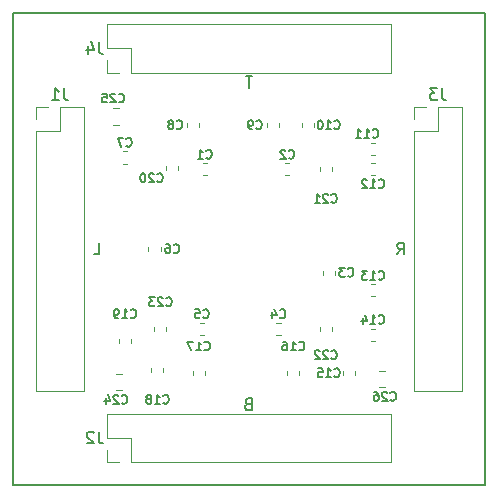
<source format=gbr>
G04 #@! TF.GenerationSoftware,KiCad,Pcbnew,(5.1.6)-1*
G04 #@! TF.CreationDate,2020-08-25T01:19:47+01:00*
G04 #@! TF.ProjectId,HeikouBoxCore,4865696b-6f75-4426-9f78-436f72652e6b,rev?*
G04 #@! TF.SameCoordinates,Original*
G04 #@! TF.FileFunction,Legend,Bot*
G04 #@! TF.FilePolarity,Positive*
%FSLAX46Y46*%
G04 Gerber Fmt 4.6, Leading zero omitted, Abs format (unit mm)*
G04 Created by KiCad (PCBNEW (5.1.6)-1) date 2020-08-25 01:19:47*
%MOMM*%
%LPD*%
G01*
G04 APERTURE LIST*
G04 #@! TA.AperFunction,Profile*
%ADD10C,0.150000*%
G04 #@! TD*
%ADD11C,0.120000*%
%ADD12C,0.150000*%
%ADD13C,3.000000*%
%ADD14R,1.450000X1.450000*%
%ADD15O,1.450000X1.450000*%
%ADD16C,3.300000*%
G04 APERTURE END LIST*
D10*
X17000000Y-57000000D02*
X17000000Y-17000000D01*
X57000000Y-57000000D02*
X17000000Y-57000000D01*
X57000000Y-17000000D02*
X57000000Y-57000000D01*
X17000000Y-17000000D02*
X57000000Y-17000000D01*
D11*
G04 #@! TO.C,J1*
X23060000Y-49060000D02*
X18940000Y-49060000D01*
X18940000Y-27000000D02*
X18940000Y-49060000D01*
X23060000Y-24940000D02*
X23060000Y-49060000D01*
X21000000Y-27000000D02*
X18940000Y-27000000D01*
X21000000Y-27000000D02*
X21000000Y-24940000D01*
X23060000Y-24940000D02*
X21000000Y-24940000D01*
X18940000Y-26000000D02*
X18940000Y-24940000D01*
X20000000Y-24940000D02*
X18940000Y-24940000D01*
G04 #@! TO.C,J2*
X49060000Y-50940000D02*
X49060000Y-55060000D01*
X27000000Y-55060000D02*
X49060000Y-55060000D01*
X24940000Y-50940000D02*
X49060000Y-50940000D01*
X27000000Y-53000000D02*
X27000000Y-55060000D01*
X27000000Y-53000000D02*
X24940000Y-53000000D01*
X24940000Y-50940000D02*
X24940000Y-53000000D01*
X26000000Y-55060000D02*
X24940000Y-55060000D01*
X24940000Y-54000000D02*
X24940000Y-55060000D01*
G04 #@! TO.C,J3*
X55060000Y-49060000D02*
X50940000Y-49060000D01*
X50940000Y-27000000D02*
X50940000Y-49060000D01*
X55060000Y-24940000D02*
X55060000Y-49060000D01*
X53000000Y-27000000D02*
X50940000Y-27000000D01*
X53000000Y-27000000D02*
X53000000Y-24940000D01*
X55060000Y-24940000D02*
X53000000Y-24940000D01*
X50940000Y-26000000D02*
X50940000Y-24940000D01*
X52000000Y-24940000D02*
X50940000Y-24940000D01*
G04 #@! TO.C,J4*
X49060000Y-17940000D02*
X49060000Y-22060000D01*
X27000000Y-22060000D02*
X49060000Y-22060000D01*
X24940000Y-17940000D02*
X49060000Y-17940000D01*
X27000000Y-20000000D02*
X27000000Y-22060000D01*
X27000000Y-20000000D02*
X24940000Y-20000000D01*
X24940000Y-17940000D02*
X24940000Y-20000000D01*
X26000000Y-22060000D02*
X24940000Y-22060000D01*
X24940000Y-21000000D02*
X24940000Y-22060000D01*
G04 #@! TO.C,C7*
X26671267Y-28740000D02*
X26328733Y-28740000D01*
X26671267Y-29760000D02*
X26328733Y-29760000D01*
G04 #@! TO.C,C3*
X43240000Y-38828733D02*
X43240000Y-39171267D01*
X44260000Y-38828733D02*
X44260000Y-39171267D01*
G04 #@! TO.C,C1*
X33078733Y-30760000D02*
X33421267Y-30760000D01*
X33078733Y-29740000D02*
X33421267Y-29740000D01*
G04 #@! TO.C,C2*
X40421267Y-29740000D02*
X40078733Y-29740000D01*
X40421267Y-30760000D02*
X40078733Y-30760000D01*
G04 #@! TO.C,C11*
X47328733Y-29010000D02*
X47671267Y-29010000D01*
X47328733Y-27990000D02*
X47671267Y-27990000D01*
G04 #@! TO.C,C4*
X39671267Y-43240000D02*
X39328733Y-43240000D01*
X39671267Y-44260000D02*
X39328733Y-44260000D01*
G04 #@! TO.C,C5*
X33171267Y-43240000D02*
X32828733Y-43240000D01*
X33171267Y-44260000D02*
X32828733Y-44260000D01*
G04 #@! TO.C,C6*
X29510000Y-36828733D02*
X29510000Y-37171267D01*
X28490000Y-36828733D02*
X28490000Y-37171267D01*
G04 #@! TO.C,C8*
X32760000Y-26671267D02*
X32760000Y-26328733D01*
X31740000Y-26671267D02*
X31740000Y-26328733D01*
G04 #@! TO.C,C9*
X39510000Y-26671267D02*
X39510000Y-26328733D01*
X38490000Y-26671267D02*
X38490000Y-26328733D01*
G04 #@! TO.C,C10*
X42510000Y-26671267D02*
X42510000Y-26328733D01*
X41490000Y-26671267D02*
X41490000Y-26328733D01*
G04 #@! TO.C,C12*
X47328733Y-29740000D02*
X47671267Y-29740000D01*
X47328733Y-30760000D02*
X47671267Y-30760000D01*
G04 #@! TO.C,C15*
X46010000Y-47671267D02*
X46010000Y-47328733D01*
X44990000Y-47671267D02*
X44990000Y-47328733D01*
G04 #@! TO.C,C16*
X41260000Y-47671267D02*
X41260000Y-47328733D01*
X40240000Y-47671267D02*
X40240000Y-47328733D01*
G04 #@! TO.C,C17*
X33260000Y-47671267D02*
X33260000Y-47328733D01*
X32240000Y-47671267D02*
X32240000Y-47328733D01*
G04 #@! TO.C,C18*
X29760000Y-47421267D02*
X29760000Y-47078733D01*
X28740000Y-47421267D02*
X28740000Y-47078733D01*
G04 #@! TO.C,C19*
X27010000Y-44921267D02*
X27010000Y-44578733D01*
X25990000Y-44921267D02*
X25990000Y-44578733D01*
G04 #@! TO.C,C20*
X31010000Y-29988733D02*
X31010000Y-30331267D01*
X29990000Y-29988733D02*
X29990000Y-30331267D01*
G04 #@! TO.C,C21*
X42990000Y-30078733D02*
X42990000Y-30421267D01*
X44010000Y-30078733D02*
X44010000Y-30421267D01*
G04 #@! TO.C,C22*
X42990000Y-43578733D02*
X42990000Y-43921267D01*
X44010000Y-43578733D02*
X44010000Y-43921267D01*
G04 #@! TO.C,C23*
X28990000Y-43578733D02*
X28990000Y-43921267D01*
X30010000Y-43578733D02*
X30010000Y-43921267D01*
G04 #@! TO.C,C14*
X47671267Y-43740000D02*
X47328733Y-43740000D01*
X47671267Y-44760000D02*
X47328733Y-44760000D01*
G04 #@! TO.C,C13*
X47328733Y-41010000D02*
X47671267Y-41010000D01*
X47328733Y-39990000D02*
X47671267Y-39990000D01*
G04 #@! TO.C,C24*
X25738748Y-47540000D02*
X26261252Y-47540000D01*
X25738748Y-48960000D02*
X26261252Y-48960000D01*
G04 #@! TO.C,C25*
X25488748Y-25040000D02*
X26011252Y-25040000D01*
X25488748Y-26460000D02*
X26011252Y-26460000D01*
G04 #@! TO.C,C26*
X48511252Y-48710000D02*
X47988748Y-48710000D01*
X48511252Y-47290000D02*
X47988748Y-47290000D01*
G04 #@! TD*
G04 #@! TO.C,J1*
D12*
X21333333Y-23392380D02*
X21333333Y-24106666D01*
X21380952Y-24249523D01*
X21476190Y-24344761D01*
X21619047Y-24392380D01*
X21714285Y-24392380D01*
X20333333Y-24392380D02*
X20904761Y-24392380D01*
X20619047Y-24392380D02*
X20619047Y-23392380D01*
X20714285Y-23535238D01*
X20809523Y-23630476D01*
X20904761Y-23678095D01*
X23840476Y-37452380D02*
X24316666Y-37452380D01*
X24316666Y-36452380D01*
G04 #@! TO.C,J2*
X24273333Y-52452380D02*
X24273333Y-53166666D01*
X24320952Y-53309523D01*
X24416190Y-53404761D01*
X24559047Y-53452380D01*
X24654285Y-53452380D01*
X23844761Y-52547619D02*
X23797142Y-52500000D01*
X23701904Y-52452380D01*
X23463809Y-52452380D01*
X23368571Y-52500000D01*
X23320952Y-52547619D01*
X23273333Y-52642857D01*
X23273333Y-52738095D01*
X23320952Y-52880952D01*
X23892380Y-53452380D01*
X23273333Y-53452380D01*
X36928571Y-50128571D02*
X36785714Y-50176190D01*
X36738095Y-50223809D01*
X36690476Y-50319047D01*
X36690476Y-50461904D01*
X36738095Y-50557142D01*
X36785714Y-50604761D01*
X36880952Y-50652380D01*
X37261904Y-50652380D01*
X37261904Y-49652380D01*
X36928571Y-49652380D01*
X36833333Y-49700000D01*
X36785714Y-49747619D01*
X36738095Y-49842857D01*
X36738095Y-49938095D01*
X36785714Y-50033333D01*
X36833333Y-50080952D01*
X36928571Y-50128571D01*
X37261904Y-50128571D01*
G04 #@! TO.C,J3*
X53333333Y-23392380D02*
X53333333Y-24106666D01*
X53380952Y-24249523D01*
X53476190Y-24344761D01*
X53619047Y-24392380D01*
X53714285Y-24392380D01*
X52952380Y-23392380D02*
X52333333Y-23392380D01*
X52666666Y-23773333D01*
X52523809Y-23773333D01*
X52428571Y-23820952D01*
X52380952Y-23868571D01*
X52333333Y-23963809D01*
X52333333Y-24201904D01*
X52380952Y-24297142D01*
X52428571Y-24344761D01*
X52523809Y-24392380D01*
X52809523Y-24392380D01*
X52904761Y-24344761D01*
X52952380Y-24297142D01*
X49540476Y-37452380D02*
X49873809Y-36976190D01*
X50111904Y-37452380D02*
X50111904Y-36452380D01*
X49730952Y-36452380D01*
X49635714Y-36500000D01*
X49588095Y-36547619D01*
X49540476Y-36642857D01*
X49540476Y-36785714D01*
X49588095Y-36880952D01*
X49635714Y-36928571D01*
X49730952Y-36976190D01*
X50111904Y-36976190D01*
G04 #@! TO.C,J4*
X24273333Y-19452380D02*
X24273333Y-20166666D01*
X24320952Y-20309523D01*
X24416190Y-20404761D01*
X24559047Y-20452380D01*
X24654285Y-20452380D01*
X23368571Y-19785714D02*
X23368571Y-20452380D01*
X23606666Y-19404761D02*
X23844761Y-20119047D01*
X23225714Y-20119047D01*
X37285714Y-22352380D02*
X36714285Y-22352380D01*
X37000000Y-23352380D02*
X37000000Y-22352380D01*
G04 #@! TO.C,C7*
X26625000Y-28267857D02*
X26660714Y-28303571D01*
X26767857Y-28339285D01*
X26839285Y-28339285D01*
X26946428Y-28303571D01*
X27017857Y-28232142D01*
X27053571Y-28160714D01*
X27089285Y-28017857D01*
X27089285Y-27910714D01*
X27053571Y-27767857D01*
X27017857Y-27696428D01*
X26946428Y-27625000D01*
X26839285Y-27589285D01*
X26767857Y-27589285D01*
X26660714Y-27625000D01*
X26625000Y-27660714D01*
X26375000Y-27589285D02*
X25875000Y-27589285D01*
X26196428Y-28339285D01*
G04 #@! TO.C,C3*
X45375000Y-39267857D02*
X45410714Y-39303571D01*
X45517857Y-39339285D01*
X45589285Y-39339285D01*
X45696428Y-39303571D01*
X45767857Y-39232142D01*
X45803571Y-39160714D01*
X45839285Y-39017857D01*
X45839285Y-38910714D01*
X45803571Y-38767857D01*
X45767857Y-38696428D01*
X45696428Y-38625000D01*
X45589285Y-38589285D01*
X45517857Y-38589285D01*
X45410714Y-38625000D01*
X45375000Y-38660714D01*
X45125000Y-38589285D02*
X44660714Y-38589285D01*
X44910714Y-38875000D01*
X44803571Y-38875000D01*
X44732142Y-38910714D01*
X44696428Y-38946428D01*
X44660714Y-39017857D01*
X44660714Y-39196428D01*
X44696428Y-39267857D01*
X44732142Y-39303571D01*
X44803571Y-39339285D01*
X45017857Y-39339285D01*
X45089285Y-39303571D01*
X45125000Y-39267857D01*
G04 #@! TO.C,C1*
X33375000Y-29267857D02*
X33410714Y-29303571D01*
X33517857Y-29339285D01*
X33589285Y-29339285D01*
X33696428Y-29303571D01*
X33767857Y-29232142D01*
X33803571Y-29160714D01*
X33839285Y-29017857D01*
X33839285Y-28910714D01*
X33803571Y-28767857D01*
X33767857Y-28696428D01*
X33696428Y-28625000D01*
X33589285Y-28589285D01*
X33517857Y-28589285D01*
X33410714Y-28625000D01*
X33375000Y-28660714D01*
X32660714Y-29339285D02*
X33089285Y-29339285D01*
X32875000Y-29339285D02*
X32875000Y-28589285D01*
X32946428Y-28696428D01*
X33017857Y-28767857D01*
X33089285Y-28803571D01*
G04 #@! TO.C,C2*
X40375000Y-29267857D02*
X40410714Y-29303571D01*
X40517857Y-29339285D01*
X40589285Y-29339285D01*
X40696428Y-29303571D01*
X40767857Y-29232142D01*
X40803571Y-29160714D01*
X40839285Y-29017857D01*
X40839285Y-28910714D01*
X40803571Y-28767857D01*
X40767857Y-28696428D01*
X40696428Y-28625000D01*
X40589285Y-28589285D01*
X40517857Y-28589285D01*
X40410714Y-28625000D01*
X40375000Y-28660714D01*
X40089285Y-28660714D02*
X40053571Y-28625000D01*
X39982142Y-28589285D01*
X39803571Y-28589285D01*
X39732142Y-28625000D01*
X39696428Y-28660714D01*
X39660714Y-28732142D01*
X39660714Y-28803571D01*
X39696428Y-28910714D01*
X40125000Y-29339285D01*
X39660714Y-29339285D01*
G04 #@! TO.C,C11*
X47482142Y-27517857D02*
X47517857Y-27553571D01*
X47625000Y-27589285D01*
X47696428Y-27589285D01*
X47803571Y-27553571D01*
X47875000Y-27482142D01*
X47910714Y-27410714D01*
X47946428Y-27267857D01*
X47946428Y-27160714D01*
X47910714Y-27017857D01*
X47875000Y-26946428D01*
X47803571Y-26875000D01*
X47696428Y-26839285D01*
X47625000Y-26839285D01*
X47517857Y-26875000D01*
X47482142Y-26910714D01*
X46767857Y-27589285D02*
X47196428Y-27589285D01*
X46982142Y-27589285D02*
X46982142Y-26839285D01*
X47053571Y-26946428D01*
X47125000Y-27017857D01*
X47196428Y-27053571D01*
X46053571Y-27589285D02*
X46482142Y-27589285D01*
X46267857Y-27589285D02*
X46267857Y-26839285D01*
X46339285Y-26946428D01*
X46410714Y-27017857D01*
X46482142Y-27053571D01*
G04 #@! TO.C,C4*
X39625000Y-42767857D02*
X39660714Y-42803571D01*
X39767857Y-42839285D01*
X39839285Y-42839285D01*
X39946428Y-42803571D01*
X40017857Y-42732142D01*
X40053571Y-42660714D01*
X40089285Y-42517857D01*
X40089285Y-42410714D01*
X40053571Y-42267857D01*
X40017857Y-42196428D01*
X39946428Y-42125000D01*
X39839285Y-42089285D01*
X39767857Y-42089285D01*
X39660714Y-42125000D01*
X39625000Y-42160714D01*
X38982142Y-42339285D02*
X38982142Y-42839285D01*
X39160714Y-42053571D02*
X39339285Y-42589285D01*
X38875000Y-42589285D01*
G04 #@! TO.C,C5*
X33125000Y-42767857D02*
X33160714Y-42803571D01*
X33267857Y-42839285D01*
X33339285Y-42839285D01*
X33446428Y-42803571D01*
X33517857Y-42732142D01*
X33553571Y-42660714D01*
X33589285Y-42517857D01*
X33589285Y-42410714D01*
X33553571Y-42267857D01*
X33517857Y-42196428D01*
X33446428Y-42125000D01*
X33339285Y-42089285D01*
X33267857Y-42089285D01*
X33160714Y-42125000D01*
X33125000Y-42160714D01*
X32446428Y-42089285D02*
X32803571Y-42089285D01*
X32839285Y-42446428D01*
X32803571Y-42410714D01*
X32732142Y-42375000D01*
X32553571Y-42375000D01*
X32482142Y-42410714D01*
X32446428Y-42446428D01*
X32410714Y-42517857D01*
X32410714Y-42696428D01*
X32446428Y-42767857D01*
X32482142Y-42803571D01*
X32553571Y-42839285D01*
X32732142Y-42839285D01*
X32803571Y-42803571D01*
X32839285Y-42767857D01*
G04 #@! TO.C,C6*
X30625000Y-37267857D02*
X30660714Y-37303571D01*
X30767857Y-37339285D01*
X30839285Y-37339285D01*
X30946428Y-37303571D01*
X31017857Y-37232142D01*
X31053571Y-37160714D01*
X31089285Y-37017857D01*
X31089285Y-36910714D01*
X31053571Y-36767857D01*
X31017857Y-36696428D01*
X30946428Y-36625000D01*
X30839285Y-36589285D01*
X30767857Y-36589285D01*
X30660714Y-36625000D01*
X30625000Y-36660714D01*
X29982142Y-36589285D02*
X30125000Y-36589285D01*
X30196428Y-36625000D01*
X30232142Y-36660714D01*
X30303571Y-36767857D01*
X30339285Y-36910714D01*
X30339285Y-37196428D01*
X30303571Y-37267857D01*
X30267857Y-37303571D01*
X30196428Y-37339285D01*
X30053571Y-37339285D01*
X29982142Y-37303571D01*
X29946428Y-37267857D01*
X29910714Y-37196428D01*
X29910714Y-37017857D01*
X29946428Y-36946428D01*
X29982142Y-36910714D01*
X30053571Y-36875000D01*
X30196428Y-36875000D01*
X30267857Y-36910714D01*
X30303571Y-36946428D01*
X30339285Y-37017857D01*
G04 #@! TO.C,C8*
X30875000Y-26767857D02*
X30910714Y-26803571D01*
X31017857Y-26839285D01*
X31089285Y-26839285D01*
X31196428Y-26803571D01*
X31267857Y-26732142D01*
X31303571Y-26660714D01*
X31339285Y-26517857D01*
X31339285Y-26410714D01*
X31303571Y-26267857D01*
X31267857Y-26196428D01*
X31196428Y-26125000D01*
X31089285Y-26089285D01*
X31017857Y-26089285D01*
X30910714Y-26125000D01*
X30875000Y-26160714D01*
X30446428Y-26410714D02*
X30517857Y-26375000D01*
X30553571Y-26339285D01*
X30589285Y-26267857D01*
X30589285Y-26232142D01*
X30553571Y-26160714D01*
X30517857Y-26125000D01*
X30446428Y-26089285D01*
X30303571Y-26089285D01*
X30232142Y-26125000D01*
X30196428Y-26160714D01*
X30160714Y-26232142D01*
X30160714Y-26267857D01*
X30196428Y-26339285D01*
X30232142Y-26375000D01*
X30303571Y-26410714D01*
X30446428Y-26410714D01*
X30517857Y-26446428D01*
X30553571Y-26482142D01*
X30589285Y-26553571D01*
X30589285Y-26696428D01*
X30553571Y-26767857D01*
X30517857Y-26803571D01*
X30446428Y-26839285D01*
X30303571Y-26839285D01*
X30232142Y-26803571D01*
X30196428Y-26767857D01*
X30160714Y-26696428D01*
X30160714Y-26553571D01*
X30196428Y-26482142D01*
X30232142Y-26446428D01*
X30303571Y-26410714D01*
G04 #@! TO.C,C9*
X37625000Y-26767857D02*
X37660714Y-26803571D01*
X37767857Y-26839285D01*
X37839285Y-26839285D01*
X37946428Y-26803571D01*
X38017857Y-26732142D01*
X38053571Y-26660714D01*
X38089285Y-26517857D01*
X38089285Y-26410714D01*
X38053571Y-26267857D01*
X38017857Y-26196428D01*
X37946428Y-26125000D01*
X37839285Y-26089285D01*
X37767857Y-26089285D01*
X37660714Y-26125000D01*
X37625000Y-26160714D01*
X37267857Y-26839285D02*
X37125000Y-26839285D01*
X37053571Y-26803571D01*
X37017857Y-26767857D01*
X36946428Y-26660714D01*
X36910714Y-26517857D01*
X36910714Y-26232142D01*
X36946428Y-26160714D01*
X36982142Y-26125000D01*
X37053571Y-26089285D01*
X37196428Y-26089285D01*
X37267857Y-26125000D01*
X37303571Y-26160714D01*
X37339285Y-26232142D01*
X37339285Y-26410714D01*
X37303571Y-26482142D01*
X37267857Y-26517857D01*
X37196428Y-26553571D01*
X37053571Y-26553571D01*
X36982142Y-26517857D01*
X36946428Y-26482142D01*
X36910714Y-26410714D01*
G04 #@! TO.C,C10*
X44232142Y-26767857D02*
X44267857Y-26803571D01*
X44375000Y-26839285D01*
X44446428Y-26839285D01*
X44553571Y-26803571D01*
X44625000Y-26732142D01*
X44660714Y-26660714D01*
X44696428Y-26517857D01*
X44696428Y-26410714D01*
X44660714Y-26267857D01*
X44625000Y-26196428D01*
X44553571Y-26125000D01*
X44446428Y-26089285D01*
X44375000Y-26089285D01*
X44267857Y-26125000D01*
X44232142Y-26160714D01*
X43517857Y-26839285D02*
X43946428Y-26839285D01*
X43732142Y-26839285D02*
X43732142Y-26089285D01*
X43803571Y-26196428D01*
X43875000Y-26267857D01*
X43946428Y-26303571D01*
X43053571Y-26089285D02*
X42982142Y-26089285D01*
X42910714Y-26125000D01*
X42875000Y-26160714D01*
X42839285Y-26232142D01*
X42803571Y-26375000D01*
X42803571Y-26553571D01*
X42839285Y-26696428D01*
X42875000Y-26767857D01*
X42910714Y-26803571D01*
X42982142Y-26839285D01*
X43053571Y-26839285D01*
X43125000Y-26803571D01*
X43160714Y-26767857D01*
X43196428Y-26696428D01*
X43232142Y-26553571D01*
X43232142Y-26375000D01*
X43196428Y-26232142D01*
X43160714Y-26160714D01*
X43125000Y-26125000D01*
X43053571Y-26089285D01*
G04 #@! TO.C,C12*
X47982142Y-31767857D02*
X48017857Y-31803571D01*
X48125000Y-31839285D01*
X48196428Y-31839285D01*
X48303571Y-31803571D01*
X48375000Y-31732142D01*
X48410714Y-31660714D01*
X48446428Y-31517857D01*
X48446428Y-31410714D01*
X48410714Y-31267857D01*
X48375000Y-31196428D01*
X48303571Y-31125000D01*
X48196428Y-31089285D01*
X48125000Y-31089285D01*
X48017857Y-31125000D01*
X47982142Y-31160714D01*
X47267857Y-31839285D02*
X47696428Y-31839285D01*
X47482142Y-31839285D02*
X47482142Y-31089285D01*
X47553571Y-31196428D01*
X47625000Y-31267857D01*
X47696428Y-31303571D01*
X46982142Y-31160714D02*
X46946428Y-31125000D01*
X46875000Y-31089285D01*
X46696428Y-31089285D01*
X46625000Y-31125000D01*
X46589285Y-31160714D01*
X46553571Y-31232142D01*
X46553571Y-31303571D01*
X46589285Y-31410714D01*
X47017857Y-31839285D01*
X46553571Y-31839285D01*
G04 #@! TO.C,C15*
X44232142Y-47767857D02*
X44267857Y-47803571D01*
X44375000Y-47839285D01*
X44446428Y-47839285D01*
X44553571Y-47803571D01*
X44625000Y-47732142D01*
X44660714Y-47660714D01*
X44696428Y-47517857D01*
X44696428Y-47410714D01*
X44660714Y-47267857D01*
X44625000Y-47196428D01*
X44553571Y-47125000D01*
X44446428Y-47089285D01*
X44375000Y-47089285D01*
X44267857Y-47125000D01*
X44232142Y-47160714D01*
X43517857Y-47839285D02*
X43946428Y-47839285D01*
X43732142Y-47839285D02*
X43732142Y-47089285D01*
X43803571Y-47196428D01*
X43875000Y-47267857D01*
X43946428Y-47303571D01*
X42839285Y-47089285D02*
X43196428Y-47089285D01*
X43232142Y-47446428D01*
X43196428Y-47410714D01*
X43125000Y-47375000D01*
X42946428Y-47375000D01*
X42875000Y-47410714D01*
X42839285Y-47446428D01*
X42803571Y-47517857D01*
X42803571Y-47696428D01*
X42839285Y-47767857D01*
X42875000Y-47803571D01*
X42946428Y-47839285D01*
X43125000Y-47839285D01*
X43196428Y-47803571D01*
X43232142Y-47767857D01*
G04 #@! TO.C,C16*
X41232142Y-45517857D02*
X41267857Y-45553571D01*
X41375000Y-45589285D01*
X41446428Y-45589285D01*
X41553571Y-45553571D01*
X41625000Y-45482142D01*
X41660714Y-45410714D01*
X41696428Y-45267857D01*
X41696428Y-45160714D01*
X41660714Y-45017857D01*
X41625000Y-44946428D01*
X41553571Y-44875000D01*
X41446428Y-44839285D01*
X41375000Y-44839285D01*
X41267857Y-44875000D01*
X41232142Y-44910714D01*
X40517857Y-45589285D02*
X40946428Y-45589285D01*
X40732142Y-45589285D02*
X40732142Y-44839285D01*
X40803571Y-44946428D01*
X40875000Y-45017857D01*
X40946428Y-45053571D01*
X39875000Y-44839285D02*
X40017857Y-44839285D01*
X40089285Y-44875000D01*
X40125000Y-44910714D01*
X40196428Y-45017857D01*
X40232142Y-45160714D01*
X40232142Y-45446428D01*
X40196428Y-45517857D01*
X40160714Y-45553571D01*
X40089285Y-45589285D01*
X39946428Y-45589285D01*
X39875000Y-45553571D01*
X39839285Y-45517857D01*
X39803571Y-45446428D01*
X39803571Y-45267857D01*
X39839285Y-45196428D01*
X39875000Y-45160714D01*
X39946428Y-45125000D01*
X40089285Y-45125000D01*
X40160714Y-45160714D01*
X40196428Y-45196428D01*
X40232142Y-45267857D01*
G04 #@! TO.C,C17*
X33232142Y-45517857D02*
X33267857Y-45553571D01*
X33375000Y-45589285D01*
X33446428Y-45589285D01*
X33553571Y-45553571D01*
X33625000Y-45482142D01*
X33660714Y-45410714D01*
X33696428Y-45267857D01*
X33696428Y-45160714D01*
X33660714Y-45017857D01*
X33625000Y-44946428D01*
X33553571Y-44875000D01*
X33446428Y-44839285D01*
X33375000Y-44839285D01*
X33267857Y-44875000D01*
X33232142Y-44910714D01*
X32517857Y-45589285D02*
X32946428Y-45589285D01*
X32732142Y-45589285D02*
X32732142Y-44839285D01*
X32803571Y-44946428D01*
X32875000Y-45017857D01*
X32946428Y-45053571D01*
X32267857Y-44839285D02*
X31767857Y-44839285D01*
X32089285Y-45589285D01*
G04 #@! TO.C,C18*
X29732142Y-50017857D02*
X29767857Y-50053571D01*
X29875000Y-50089285D01*
X29946428Y-50089285D01*
X30053571Y-50053571D01*
X30125000Y-49982142D01*
X30160714Y-49910714D01*
X30196428Y-49767857D01*
X30196428Y-49660714D01*
X30160714Y-49517857D01*
X30125000Y-49446428D01*
X30053571Y-49375000D01*
X29946428Y-49339285D01*
X29875000Y-49339285D01*
X29767857Y-49375000D01*
X29732142Y-49410714D01*
X29017857Y-50089285D02*
X29446428Y-50089285D01*
X29232142Y-50089285D02*
X29232142Y-49339285D01*
X29303571Y-49446428D01*
X29375000Y-49517857D01*
X29446428Y-49553571D01*
X28589285Y-49660714D02*
X28660714Y-49625000D01*
X28696428Y-49589285D01*
X28732142Y-49517857D01*
X28732142Y-49482142D01*
X28696428Y-49410714D01*
X28660714Y-49375000D01*
X28589285Y-49339285D01*
X28446428Y-49339285D01*
X28375000Y-49375000D01*
X28339285Y-49410714D01*
X28303571Y-49482142D01*
X28303571Y-49517857D01*
X28339285Y-49589285D01*
X28375000Y-49625000D01*
X28446428Y-49660714D01*
X28589285Y-49660714D01*
X28660714Y-49696428D01*
X28696428Y-49732142D01*
X28732142Y-49803571D01*
X28732142Y-49946428D01*
X28696428Y-50017857D01*
X28660714Y-50053571D01*
X28589285Y-50089285D01*
X28446428Y-50089285D01*
X28375000Y-50053571D01*
X28339285Y-50017857D01*
X28303571Y-49946428D01*
X28303571Y-49803571D01*
X28339285Y-49732142D01*
X28375000Y-49696428D01*
X28446428Y-49660714D01*
G04 #@! TO.C,C19*
X26982142Y-42767857D02*
X27017857Y-42803571D01*
X27125000Y-42839285D01*
X27196428Y-42839285D01*
X27303571Y-42803571D01*
X27375000Y-42732142D01*
X27410714Y-42660714D01*
X27446428Y-42517857D01*
X27446428Y-42410714D01*
X27410714Y-42267857D01*
X27375000Y-42196428D01*
X27303571Y-42125000D01*
X27196428Y-42089285D01*
X27125000Y-42089285D01*
X27017857Y-42125000D01*
X26982142Y-42160714D01*
X26267857Y-42839285D02*
X26696428Y-42839285D01*
X26482142Y-42839285D02*
X26482142Y-42089285D01*
X26553571Y-42196428D01*
X26625000Y-42267857D01*
X26696428Y-42303571D01*
X25910714Y-42839285D02*
X25767857Y-42839285D01*
X25696428Y-42803571D01*
X25660714Y-42767857D01*
X25589285Y-42660714D01*
X25553571Y-42517857D01*
X25553571Y-42232142D01*
X25589285Y-42160714D01*
X25625000Y-42125000D01*
X25696428Y-42089285D01*
X25839285Y-42089285D01*
X25910714Y-42125000D01*
X25946428Y-42160714D01*
X25982142Y-42232142D01*
X25982142Y-42410714D01*
X25946428Y-42482142D01*
X25910714Y-42517857D01*
X25839285Y-42553571D01*
X25696428Y-42553571D01*
X25625000Y-42517857D01*
X25589285Y-42482142D01*
X25553571Y-42410714D01*
G04 #@! TO.C,C20*
X29232142Y-31267857D02*
X29267857Y-31303571D01*
X29375000Y-31339285D01*
X29446428Y-31339285D01*
X29553571Y-31303571D01*
X29625000Y-31232142D01*
X29660714Y-31160714D01*
X29696428Y-31017857D01*
X29696428Y-30910714D01*
X29660714Y-30767857D01*
X29625000Y-30696428D01*
X29553571Y-30625000D01*
X29446428Y-30589285D01*
X29375000Y-30589285D01*
X29267857Y-30625000D01*
X29232142Y-30660714D01*
X28946428Y-30660714D02*
X28910714Y-30625000D01*
X28839285Y-30589285D01*
X28660714Y-30589285D01*
X28589285Y-30625000D01*
X28553571Y-30660714D01*
X28517857Y-30732142D01*
X28517857Y-30803571D01*
X28553571Y-30910714D01*
X28982142Y-31339285D01*
X28517857Y-31339285D01*
X28053571Y-30589285D02*
X27982142Y-30589285D01*
X27910714Y-30625000D01*
X27875000Y-30660714D01*
X27839285Y-30732142D01*
X27803571Y-30875000D01*
X27803571Y-31053571D01*
X27839285Y-31196428D01*
X27875000Y-31267857D01*
X27910714Y-31303571D01*
X27982142Y-31339285D01*
X28053571Y-31339285D01*
X28125000Y-31303571D01*
X28160714Y-31267857D01*
X28196428Y-31196428D01*
X28232142Y-31053571D01*
X28232142Y-30875000D01*
X28196428Y-30732142D01*
X28160714Y-30660714D01*
X28125000Y-30625000D01*
X28053571Y-30589285D01*
G04 #@! TO.C,C21*
X43982142Y-33017857D02*
X44017857Y-33053571D01*
X44125000Y-33089285D01*
X44196428Y-33089285D01*
X44303571Y-33053571D01*
X44375000Y-32982142D01*
X44410714Y-32910714D01*
X44446428Y-32767857D01*
X44446428Y-32660714D01*
X44410714Y-32517857D01*
X44375000Y-32446428D01*
X44303571Y-32375000D01*
X44196428Y-32339285D01*
X44125000Y-32339285D01*
X44017857Y-32375000D01*
X43982142Y-32410714D01*
X43696428Y-32410714D02*
X43660714Y-32375000D01*
X43589285Y-32339285D01*
X43410714Y-32339285D01*
X43339285Y-32375000D01*
X43303571Y-32410714D01*
X43267857Y-32482142D01*
X43267857Y-32553571D01*
X43303571Y-32660714D01*
X43732142Y-33089285D01*
X43267857Y-33089285D01*
X42553571Y-33089285D02*
X42982142Y-33089285D01*
X42767857Y-33089285D02*
X42767857Y-32339285D01*
X42839285Y-32446428D01*
X42910714Y-32517857D01*
X42982142Y-32553571D01*
G04 #@! TO.C,C22*
X43982142Y-46267857D02*
X44017857Y-46303571D01*
X44125000Y-46339285D01*
X44196428Y-46339285D01*
X44303571Y-46303571D01*
X44375000Y-46232142D01*
X44410714Y-46160714D01*
X44446428Y-46017857D01*
X44446428Y-45910714D01*
X44410714Y-45767857D01*
X44375000Y-45696428D01*
X44303571Y-45625000D01*
X44196428Y-45589285D01*
X44125000Y-45589285D01*
X44017857Y-45625000D01*
X43982142Y-45660714D01*
X43696428Y-45660714D02*
X43660714Y-45625000D01*
X43589285Y-45589285D01*
X43410714Y-45589285D01*
X43339285Y-45625000D01*
X43303571Y-45660714D01*
X43267857Y-45732142D01*
X43267857Y-45803571D01*
X43303571Y-45910714D01*
X43732142Y-46339285D01*
X43267857Y-46339285D01*
X42982142Y-45660714D02*
X42946428Y-45625000D01*
X42875000Y-45589285D01*
X42696428Y-45589285D01*
X42625000Y-45625000D01*
X42589285Y-45660714D01*
X42553571Y-45732142D01*
X42553571Y-45803571D01*
X42589285Y-45910714D01*
X43017857Y-46339285D01*
X42553571Y-46339285D01*
G04 #@! TO.C,C23*
X29982142Y-41767857D02*
X30017857Y-41803571D01*
X30125000Y-41839285D01*
X30196428Y-41839285D01*
X30303571Y-41803571D01*
X30375000Y-41732142D01*
X30410714Y-41660714D01*
X30446428Y-41517857D01*
X30446428Y-41410714D01*
X30410714Y-41267857D01*
X30375000Y-41196428D01*
X30303571Y-41125000D01*
X30196428Y-41089285D01*
X30125000Y-41089285D01*
X30017857Y-41125000D01*
X29982142Y-41160714D01*
X29696428Y-41160714D02*
X29660714Y-41125000D01*
X29589285Y-41089285D01*
X29410714Y-41089285D01*
X29339285Y-41125000D01*
X29303571Y-41160714D01*
X29267857Y-41232142D01*
X29267857Y-41303571D01*
X29303571Y-41410714D01*
X29732142Y-41839285D01*
X29267857Y-41839285D01*
X29017857Y-41089285D02*
X28553571Y-41089285D01*
X28803571Y-41375000D01*
X28696428Y-41375000D01*
X28625000Y-41410714D01*
X28589285Y-41446428D01*
X28553571Y-41517857D01*
X28553571Y-41696428D01*
X28589285Y-41767857D01*
X28625000Y-41803571D01*
X28696428Y-41839285D01*
X28910714Y-41839285D01*
X28982142Y-41803571D01*
X29017857Y-41767857D01*
G04 #@! TO.C,C14*
X47982142Y-43267857D02*
X48017857Y-43303571D01*
X48125000Y-43339285D01*
X48196428Y-43339285D01*
X48303571Y-43303571D01*
X48375000Y-43232142D01*
X48410714Y-43160714D01*
X48446428Y-43017857D01*
X48446428Y-42910714D01*
X48410714Y-42767857D01*
X48375000Y-42696428D01*
X48303571Y-42625000D01*
X48196428Y-42589285D01*
X48125000Y-42589285D01*
X48017857Y-42625000D01*
X47982142Y-42660714D01*
X47267857Y-43339285D02*
X47696428Y-43339285D01*
X47482142Y-43339285D02*
X47482142Y-42589285D01*
X47553571Y-42696428D01*
X47625000Y-42767857D01*
X47696428Y-42803571D01*
X46625000Y-42839285D02*
X46625000Y-43339285D01*
X46803571Y-42553571D02*
X46982142Y-43089285D01*
X46517857Y-43089285D01*
G04 #@! TO.C,C13*
X47982142Y-39517857D02*
X48017857Y-39553571D01*
X48125000Y-39589285D01*
X48196428Y-39589285D01*
X48303571Y-39553571D01*
X48375000Y-39482142D01*
X48410714Y-39410714D01*
X48446428Y-39267857D01*
X48446428Y-39160714D01*
X48410714Y-39017857D01*
X48375000Y-38946428D01*
X48303571Y-38875000D01*
X48196428Y-38839285D01*
X48125000Y-38839285D01*
X48017857Y-38875000D01*
X47982142Y-38910714D01*
X47267857Y-39589285D02*
X47696428Y-39589285D01*
X47482142Y-39589285D02*
X47482142Y-38839285D01*
X47553571Y-38946428D01*
X47625000Y-39017857D01*
X47696428Y-39053571D01*
X47017857Y-38839285D02*
X46553571Y-38839285D01*
X46803571Y-39125000D01*
X46696428Y-39125000D01*
X46625000Y-39160714D01*
X46589285Y-39196428D01*
X46553571Y-39267857D01*
X46553571Y-39446428D01*
X46589285Y-39517857D01*
X46625000Y-39553571D01*
X46696428Y-39589285D01*
X46910714Y-39589285D01*
X46982142Y-39553571D01*
X47017857Y-39517857D01*
G04 #@! TO.C,C24*
X26232142Y-50017857D02*
X26267857Y-50053571D01*
X26375000Y-50089285D01*
X26446428Y-50089285D01*
X26553571Y-50053571D01*
X26625000Y-49982142D01*
X26660714Y-49910714D01*
X26696428Y-49767857D01*
X26696428Y-49660714D01*
X26660714Y-49517857D01*
X26625000Y-49446428D01*
X26553571Y-49375000D01*
X26446428Y-49339285D01*
X26375000Y-49339285D01*
X26267857Y-49375000D01*
X26232142Y-49410714D01*
X25946428Y-49410714D02*
X25910714Y-49375000D01*
X25839285Y-49339285D01*
X25660714Y-49339285D01*
X25589285Y-49375000D01*
X25553571Y-49410714D01*
X25517857Y-49482142D01*
X25517857Y-49553571D01*
X25553571Y-49660714D01*
X25982142Y-50089285D01*
X25517857Y-50089285D01*
X24875000Y-49589285D02*
X24875000Y-50089285D01*
X25053571Y-49303571D02*
X25232142Y-49839285D01*
X24767857Y-49839285D01*
G04 #@! TO.C,C25*
X25982142Y-24517857D02*
X26017857Y-24553571D01*
X26125000Y-24589285D01*
X26196428Y-24589285D01*
X26303571Y-24553571D01*
X26375000Y-24482142D01*
X26410714Y-24410714D01*
X26446428Y-24267857D01*
X26446428Y-24160714D01*
X26410714Y-24017857D01*
X26375000Y-23946428D01*
X26303571Y-23875000D01*
X26196428Y-23839285D01*
X26125000Y-23839285D01*
X26017857Y-23875000D01*
X25982142Y-23910714D01*
X25696428Y-23910714D02*
X25660714Y-23875000D01*
X25589285Y-23839285D01*
X25410714Y-23839285D01*
X25339285Y-23875000D01*
X25303571Y-23910714D01*
X25267857Y-23982142D01*
X25267857Y-24053571D01*
X25303571Y-24160714D01*
X25732142Y-24589285D01*
X25267857Y-24589285D01*
X24589285Y-23839285D02*
X24946428Y-23839285D01*
X24982142Y-24196428D01*
X24946428Y-24160714D01*
X24875000Y-24125000D01*
X24696428Y-24125000D01*
X24625000Y-24160714D01*
X24589285Y-24196428D01*
X24553571Y-24267857D01*
X24553571Y-24446428D01*
X24589285Y-24517857D01*
X24625000Y-24553571D01*
X24696428Y-24589285D01*
X24875000Y-24589285D01*
X24946428Y-24553571D01*
X24982142Y-24517857D01*
G04 #@! TO.C,C26*
X48982142Y-49767857D02*
X49017857Y-49803571D01*
X49125000Y-49839285D01*
X49196428Y-49839285D01*
X49303571Y-49803571D01*
X49375000Y-49732142D01*
X49410714Y-49660714D01*
X49446428Y-49517857D01*
X49446428Y-49410714D01*
X49410714Y-49267857D01*
X49375000Y-49196428D01*
X49303571Y-49125000D01*
X49196428Y-49089285D01*
X49125000Y-49089285D01*
X49017857Y-49125000D01*
X48982142Y-49160714D01*
X48696428Y-49160714D02*
X48660714Y-49125000D01*
X48589285Y-49089285D01*
X48410714Y-49089285D01*
X48339285Y-49125000D01*
X48303571Y-49160714D01*
X48267857Y-49232142D01*
X48267857Y-49303571D01*
X48303571Y-49410714D01*
X48732142Y-49839285D01*
X48267857Y-49839285D01*
X47625000Y-49089285D02*
X47767857Y-49089285D01*
X47839285Y-49125000D01*
X47875000Y-49160714D01*
X47946428Y-49267857D01*
X47982142Y-49410714D01*
X47982142Y-49696428D01*
X47946428Y-49767857D01*
X47910714Y-49803571D01*
X47839285Y-49839285D01*
X47696428Y-49839285D01*
X47625000Y-49803571D01*
X47589285Y-49767857D01*
X47553571Y-49696428D01*
X47553571Y-49517857D01*
X47589285Y-49446428D01*
X47625000Y-49410714D01*
X47696428Y-49375000D01*
X47839285Y-49375000D01*
X47910714Y-49410714D01*
X47946428Y-49446428D01*
X47982142Y-49517857D01*
G04 #@! TD*
%LPC*%
D13*
G04 #@! TO.C,U1*
X38500000Y-37000000D02*
G75*
G03*
X38500000Y-37000000I-1500000J0D01*
G01*
G04 #@! TD*
D14*
G04 #@! TO.C,J1*
X20000000Y-26000000D03*
D15*
X22000000Y-26000000D03*
X20000000Y-28000000D03*
X22000000Y-28000000D03*
X20000000Y-30000000D03*
X22000000Y-30000000D03*
X20000000Y-32000000D03*
X22000000Y-32000000D03*
X20000000Y-34000000D03*
X22000000Y-34000000D03*
X20000000Y-36000000D03*
X22000000Y-36000000D03*
X20000000Y-38000000D03*
X22000000Y-38000000D03*
X20000000Y-40000000D03*
X22000000Y-40000000D03*
X20000000Y-42000000D03*
X22000000Y-42000000D03*
X20000000Y-44000000D03*
X22000000Y-44000000D03*
X20000000Y-46000000D03*
X22000000Y-46000000D03*
X20000000Y-48000000D03*
X22000000Y-48000000D03*
G04 #@! TD*
D14*
G04 #@! TO.C,J2*
X26000000Y-54000000D03*
D15*
X26000000Y-52000000D03*
X28000000Y-54000000D03*
X28000000Y-52000000D03*
X30000000Y-54000000D03*
X30000000Y-52000000D03*
X32000000Y-54000000D03*
X32000000Y-52000000D03*
X34000000Y-54000000D03*
X34000000Y-52000000D03*
X36000000Y-54000000D03*
X36000000Y-52000000D03*
X38000000Y-54000000D03*
X38000000Y-52000000D03*
X40000000Y-54000000D03*
X40000000Y-52000000D03*
X42000000Y-54000000D03*
X42000000Y-52000000D03*
X44000000Y-54000000D03*
X44000000Y-52000000D03*
X46000000Y-54000000D03*
X46000000Y-52000000D03*
X48000000Y-54000000D03*
X48000000Y-52000000D03*
G04 #@! TD*
D14*
G04 #@! TO.C,J3*
X52000000Y-26000000D03*
D15*
X54000000Y-26000000D03*
X52000000Y-28000000D03*
X54000000Y-28000000D03*
X52000000Y-30000000D03*
X54000000Y-30000000D03*
X52000000Y-32000000D03*
X54000000Y-32000000D03*
X52000000Y-34000000D03*
X54000000Y-34000000D03*
X52000000Y-36000000D03*
X54000000Y-36000000D03*
X52000000Y-38000000D03*
X54000000Y-38000000D03*
X52000000Y-40000000D03*
X54000000Y-40000000D03*
X52000000Y-42000000D03*
X54000000Y-42000000D03*
X52000000Y-44000000D03*
X54000000Y-44000000D03*
X52000000Y-46000000D03*
X54000000Y-46000000D03*
X52000000Y-48000000D03*
X54000000Y-48000000D03*
G04 #@! TD*
D14*
G04 #@! TO.C,J4*
X26000000Y-21000000D03*
D15*
X26000000Y-19000000D03*
X28000000Y-21000000D03*
X28000000Y-19000000D03*
X30000000Y-21000000D03*
X30000000Y-19000000D03*
X32000000Y-21000000D03*
X32000000Y-19000000D03*
X34000000Y-21000000D03*
X34000000Y-19000000D03*
X36000000Y-21000000D03*
X36000000Y-19000000D03*
X38000000Y-21000000D03*
X38000000Y-19000000D03*
X40000000Y-21000000D03*
X40000000Y-19000000D03*
X42000000Y-21000000D03*
X42000000Y-19000000D03*
X44000000Y-21000000D03*
X44000000Y-19000000D03*
X46000000Y-21000000D03*
X46000000Y-19000000D03*
X48000000Y-21000000D03*
X48000000Y-19000000D03*
G04 #@! TD*
D16*
G04 #@! TO.C,MH4*
X53000000Y-53000000D03*
G04 #@! TD*
G04 #@! TO.C,MH3*
X21000000Y-53000000D03*
G04 #@! TD*
G04 #@! TO.C,MH1*
X21000000Y-21000000D03*
G04 #@! TD*
G04 #@! TO.C,MH2*
X53000000Y-21000000D03*
G04 #@! TD*
G04 #@! TO.C,C7*
G36*
G01*
X26200000Y-28987500D02*
X26200000Y-29512500D01*
G75*
G02*
X25937500Y-29775000I-262500J0D01*
G01*
X25312500Y-29775000D01*
G75*
G02*
X25050000Y-29512500I0J262500D01*
G01*
X25050000Y-28987500D01*
G75*
G02*
X25312500Y-28725000I262500J0D01*
G01*
X25937500Y-28725000D01*
G75*
G02*
X26200000Y-28987500I0J-262500D01*
G01*
G37*
G36*
G01*
X27950000Y-28987500D02*
X27950000Y-29512500D01*
G75*
G02*
X27687500Y-29775000I-262500J0D01*
G01*
X27062500Y-29775000D01*
G75*
G02*
X26800000Y-29512500I0J262500D01*
G01*
X26800000Y-28987500D01*
G75*
G02*
X27062500Y-28725000I262500J0D01*
G01*
X27687500Y-28725000D01*
G75*
G02*
X27950000Y-28987500I0J-262500D01*
G01*
G37*
G04 #@! TD*
G04 #@! TO.C,C3*
G36*
G01*
X43487500Y-39300000D02*
X44012500Y-39300000D01*
G75*
G02*
X44275000Y-39562500I0J-262500D01*
G01*
X44275000Y-40187500D01*
G75*
G02*
X44012500Y-40450000I-262500J0D01*
G01*
X43487500Y-40450000D01*
G75*
G02*
X43225000Y-40187500I0J262500D01*
G01*
X43225000Y-39562500D01*
G75*
G02*
X43487500Y-39300000I262500J0D01*
G01*
G37*
G36*
G01*
X43487500Y-37550000D02*
X44012500Y-37550000D01*
G75*
G02*
X44275000Y-37812500I0J-262500D01*
G01*
X44275000Y-38437500D01*
G75*
G02*
X44012500Y-38700000I-262500J0D01*
G01*
X43487500Y-38700000D01*
G75*
G02*
X43225000Y-38437500I0J262500D01*
G01*
X43225000Y-37812500D01*
G75*
G02*
X43487500Y-37550000I262500J0D01*
G01*
G37*
G04 #@! TD*
G04 #@! TO.C,C1*
G36*
G01*
X33550000Y-30512500D02*
X33550000Y-29987500D01*
G75*
G02*
X33812500Y-29725000I262500J0D01*
G01*
X34437500Y-29725000D01*
G75*
G02*
X34700000Y-29987500I0J-262500D01*
G01*
X34700000Y-30512500D01*
G75*
G02*
X34437500Y-30775000I-262500J0D01*
G01*
X33812500Y-30775000D01*
G75*
G02*
X33550000Y-30512500I0J262500D01*
G01*
G37*
G36*
G01*
X31800000Y-30512500D02*
X31800000Y-29987500D01*
G75*
G02*
X32062500Y-29725000I262500J0D01*
G01*
X32687500Y-29725000D01*
G75*
G02*
X32950000Y-29987500I0J-262500D01*
G01*
X32950000Y-30512500D01*
G75*
G02*
X32687500Y-30775000I-262500J0D01*
G01*
X32062500Y-30775000D01*
G75*
G02*
X31800000Y-30512500I0J262500D01*
G01*
G37*
G04 #@! TD*
G04 #@! TO.C,C2*
G36*
G01*
X39950000Y-29987500D02*
X39950000Y-30512500D01*
G75*
G02*
X39687500Y-30775000I-262500J0D01*
G01*
X39062500Y-30775000D01*
G75*
G02*
X38800000Y-30512500I0J262500D01*
G01*
X38800000Y-29987500D01*
G75*
G02*
X39062500Y-29725000I262500J0D01*
G01*
X39687500Y-29725000D01*
G75*
G02*
X39950000Y-29987500I0J-262500D01*
G01*
G37*
G36*
G01*
X41700000Y-29987500D02*
X41700000Y-30512500D01*
G75*
G02*
X41437500Y-30775000I-262500J0D01*
G01*
X40812500Y-30775000D01*
G75*
G02*
X40550000Y-30512500I0J262500D01*
G01*
X40550000Y-29987500D01*
G75*
G02*
X40812500Y-29725000I262500J0D01*
G01*
X41437500Y-29725000D01*
G75*
G02*
X41700000Y-29987500I0J-262500D01*
G01*
G37*
G04 #@! TD*
G04 #@! TO.C,C11*
G36*
G01*
X47800000Y-28762500D02*
X47800000Y-28237500D01*
G75*
G02*
X48062500Y-27975000I262500J0D01*
G01*
X48687500Y-27975000D01*
G75*
G02*
X48950000Y-28237500I0J-262500D01*
G01*
X48950000Y-28762500D01*
G75*
G02*
X48687500Y-29025000I-262500J0D01*
G01*
X48062500Y-29025000D01*
G75*
G02*
X47800000Y-28762500I0J262500D01*
G01*
G37*
G36*
G01*
X46050000Y-28762500D02*
X46050000Y-28237500D01*
G75*
G02*
X46312500Y-27975000I262500J0D01*
G01*
X46937500Y-27975000D01*
G75*
G02*
X47200000Y-28237500I0J-262500D01*
G01*
X47200000Y-28762500D01*
G75*
G02*
X46937500Y-29025000I-262500J0D01*
G01*
X46312500Y-29025000D01*
G75*
G02*
X46050000Y-28762500I0J262500D01*
G01*
G37*
G04 #@! TD*
G04 #@! TO.C,C4*
G36*
G01*
X39200000Y-43487500D02*
X39200000Y-44012500D01*
G75*
G02*
X38937500Y-44275000I-262500J0D01*
G01*
X38312500Y-44275000D01*
G75*
G02*
X38050000Y-44012500I0J262500D01*
G01*
X38050000Y-43487500D01*
G75*
G02*
X38312500Y-43225000I262500J0D01*
G01*
X38937500Y-43225000D01*
G75*
G02*
X39200000Y-43487500I0J-262500D01*
G01*
G37*
G36*
G01*
X40950000Y-43487500D02*
X40950000Y-44012500D01*
G75*
G02*
X40687500Y-44275000I-262500J0D01*
G01*
X40062500Y-44275000D01*
G75*
G02*
X39800000Y-44012500I0J262500D01*
G01*
X39800000Y-43487500D01*
G75*
G02*
X40062500Y-43225000I262500J0D01*
G01*
X40687500Y-43225000D01*
G75*
G02*
X40950000Y-43487500I0J-262500D01*
G01*
G37*
G04 #@! TD*
G04 #@! TO.C,C5*
G36*
G01*
X32700000Y-43487500D02*
X32700000Y-44012500D01*
G75*
G02*
X32437500Y-44275000I-262500J0D01*
G01*
X31812500Y-44275000D01*
G75*
G02*
X31550000Y-44012500I0J262500D01*
G01*
X31550000Y-43487500D01*
G75*
G02*
X31812500Y-43225000I262500J0D01*
G01*
X32437500Y-43225000D01*
G75*
G02*
X32700000Y-43487500I0J-262500D01*
G01*
G37*
G36*
G01*
X34450000Y-43487500D02*
X34450000Y-44012500D01*
G75*
G02*
X34187500Y-44275000I-262500J0D01*
G01*
X33562500Y-44275000D01*
G75*
G02*
X33300000Y-44012500I0J262500D01*
G01*
X33300000Y-43487500D01*
G75*
G02*
X33562500Y-43225000I262500J0D01*
G01*
X34187500Y-43225000D01*
G75*
G02*
X34450000Y-43487500I0J-262500D01*
G01*
G37*
G04 #@! TD*
G04 #@! TO.C,C6*
G36*
G01*
X28737500Y-35550000D02*
X29262500Y-35550000D01*
G75*
G02*
X29525000Y-35812500I0J-262500D01*
G01*
X29525000Y-36437500D01*
G75*
G02*
X29262500Y-36700000I-262500J0D01*
G01*
X28737500Y-36700000D01*
G75*
G02*
X28475000Y-36437500I0J262500D01*
G01*
X28475000Y-35812500D01*
G75*
G02*
X28737500Y-35550000I262500J0D01*
G01*
G37*
G36*
G01*
X28737500Y-37300000D02*
X29262500Y-37300000D01*
G75*
G02*
X29525000Y-37562500I0J-262500D01*
G01*
X29525000Y-38187500D01*
G75*
G02*
X29262500Y-38450000I-262500J0D01*
G01*
X28737500Y-38450000D01*
G75*
G02*
X28475000Y-38187500I0J262500D01*
G01*
X28475000Y-37562500D01*
G75*
G02*
X28737500Y-37300000I262500J0D01*
G01*
G37*
G04 #@! TD*
G04 #@! TO.C,C8*
G36*
G01*
X32512500Y-26200000D02*
X31987500Y-26200000D01*
G75*
G02*
X31725000Y-25937500I0J262500D01*
G01*
X31725000Y-25312500D01*
G75*
G02*
X31987500Y-25050000I262500J0D01*
G01*
X32512500Y-25050000D01*
G75*
G02*
X32775000Y-25312500I0J-262500D01*
G01*
X32775000Y-25937500D01*
G75*
G02*
X32512500Y-26200000I-262500J0D01*
G01*
G37*
G36*
G01*
X32512500Y-27950000D02*
X31987500Y-27950000D01*
G75*
G02*
X31725000Y-27687500I0J262500D01*
G01*
X31725000Y-27062500D01*
G75*
G02*
X31987500Y-26800000I262500J0D01*
G01*
X32512500Y-26800000D01*
G75*
G02*
X32775000Y-27062500I0J-262500D01*
G01*
X32775000Y-27687500D01*
G75*
G02*
X32512500Y-27950000I-262500J0D01*
G01*
G37*
G04 #@! TD*
G04 #@! TO.C,C9*
G36*
G01*
X39262500Y-26200000D02*
X38737500Y-26200000D01*
G75*
G02*
X38475000Y-25937500I0J262500D01*
G01*
X38475000Y-25312500D01*
G75*
G02*
X38737500Y-25050000I262500J0D01*
G01*
X39262500Y-25050000D01*
G75*
G02*
X39525000Y-25312500I0J-262500D01*
G01*
X39525000Y-25937500D01*
G75*
G02*
X39262500Y-26200000I-262500J0D01*
G01*
G37*
G36*
G01*
X39262500Y-27950000D02*
X38737500Y-27950000D01*
G75*
G02*
X38475000Y-27687500I0J262500D01*
G01*
X38475000Y-27062500D01*
G75*
G02*
X38737500Y-26800000I262500J0D01*
G01*
X39262500Y-26800000D01*
G75*
G02*
X39525000Y-27062500I0J-262500D01*
G01*
X39525000Y-27687500D01*
G75*
G02*
X39262500Y-27950000I-262500J0D01*
G01*
G37*
G04 #@! TD*
G04 #@! TO.C,C10*
G36*
G01*
X42262500Y-26200000D02*
X41737500Y-26200000D01*
G75*
G02*
X41475000Y-25937500I0J262500D01*
G01*
X41475000Y-25312500D01*
G75*
G02*
X41737500Y-25050000I262500J0D01*
G01*
X42262500Y-25050000D01*
G75*
G02*
X42525000Y-25312500I0J-262500D01*
G01*
X42525000Y-25937500D01*
G75*
G02*
X42262500Y-26200000I-262500J0D01*
G01*
G37*
G36*
G01*
X42262500Y-27950000D02*
X41737500Y-27950000D01*
G75*
G02*
X41475000Y-27687500I0J262500D01*
G01*
X41475000Y-27062500D01*
G75*
G02*
X41737500Y-26800000I262500J0D01*
G01*
X42262500Y-26800000D01*
G75*
G02*
X42525000Y-27062500I0J-262500D01*
G01*
X42525000Y-27687500D01*
G75*
G02*
X42262500Y-27950000I-262500J0D01*
G01*
G37*
G04 #@! TD*
G04 #@! TO.C,C12*
G36*
G01*
X46050000Y-30512500D02*
X46050000Y-29987500D01*
G75*
G02*
X46312500Y-29725000I262500J0D01*
G01*
X46937500Y-29725000D01*
G75*
G02*
X47200000Y-29987500I0J-262500D01*
G01*
X47200000Y-30512500D01*
G75*
G02*
X46937500Y-30775000I-262500J0D01*
G01*
X46312500Y-30775000D01*
G75*
G02*
X46050000Y-30512500I0J262500D01*
G01*
G37*
G36*
G01*
X47800000Y-30512500D02*
X47800000Y-29987500D01*
G75*
G02*
X48062500Y-29725000I262500J0D01*
G01*
X48687500Y-29725000D01*
G75*
G02*
X48950000Y-29987500I0J-262500D01*
G01*
X48950000Y-30512500D01*
G75*
G02*
X48687500Y-30775000I-262500J0D01*
G01*
X48062500Y-30775000D01*
G75*
G02*
X47800000Y-30512500I0J262500D01*
G01*
G37*
G04 #@! TD*
G04 #@! TO.C,C15*
G36*
G01*
X45762500Y-47200000D02*
X45237500Y-47200000D01*
G75*
G02*
X44975000Y-46937500I0J262500D01*
G01*
X44975000Y-46312500D01*
G75*
G02*
X45237500Y-46050000I262500J0D01*
G01*
X45762500Y-46050000D01*
G75*
G02*
X46025000Y-46312500I0J-262500D01*
G01*
X46025000Y-46937500D01*
G75*
G02*
X45762500Y-47200000I-262500J0D01*
G01*
G37*
G36*
G01*
X45762500Y-48950000D02*
X45237500Y-48950000D01*
G75*
G02*
X44975000Y-48687500I0J262500D01*
G01*
X44975000Y-48062500D01*
G75*
G02*
X45237500Y-47800000I262500J0D01*
G01*
X45762500Y-47800000D01*
G75*
G02*
X46025000Y-48062500I0J-262500D01*
G01*
X46025000Y-48687500D01*
G75*
G02*
X45762500Y-48950000I-262500J0D01*
G01*
G37*
G04 #@! TD*
G04 #@! TO.C,C16*
G36*
G01*
X41012500Y-47200000D02*
X40487500Y-47200000D01*
G75*
G02*
X40225000Y-46937500I0J262500D01*
G01*
X40225000Y-46312500D01*
G75*
G02*
X40487500Y-46050000I262500J0D01*
G01*
X41012500Y-46050000D01*
G75*
G02*
X41275000Y-46312500I0J-262500D01*
G01*
X41275000Y-46937500D01*
G75*
G02*
X41012500Y-47200000I-262500J0D01*
G01*
G37*
G36*
G01*
X41012500Y-48950000D02*
X40487500Y-48950000D01*
G75*
G02*
X40225000Y-48687500I0J262500D01*
G01*
X40225000Y-48062500D01*
G75*
G02*
X40487500Y-47800000I262500J0D01*
G01*
X41012500Y-47800000D01*
G75*
G02*
X41275000Y-48062500I0J-262500D01*
G01*
X41275000Y-48687500D01*
G75*
G02*
X41012500Y-48950000I-262500J0D01*
G01*
G37*
G04 #@! TD*
G04 #@! TO.C,C17*
G36*
G01*
X33012500Y-47200000D02*
X32487500Y-47200000D01*
G75*
G02*
X32225000Y-46937500I0J262500D01*
G01*
X32225000Y-46312500D01*
G75*
G02*
X32487500Y-46050000I262500J0D01*
G01*
X33012500Y-46050000D01*
G75*
G02*
X33275000Y-46312500I0J-262500D01*
G01*
X33275000Y-46937500D01*
G75*
G02*
X33012500Y-47200000I-262500J0D01*
G01*
G37*
G36*
G01*
X33012500Y-48950000D02*
X32487500Y-48950000D01*
G75*
G02*
X32225000Y-48687500I0J262500D01*
G01*
X32225000Y-48062500D01*
G75*
G02*
X32487500Y-47800000I262500J0D01*
G01*
X33012500Y-47800000D01*
G75*
G02*
X33275000Y-48062500I0J-262500D01*
G01*
X33275000Y-48687500D01*
G75*
G02*
X33012500Y-48950000I-262500J0D01*
G01*
G37*
G04 #@! TD*
G04 #@! TO.C,C18*
G36*
G01*
X29512500Y-46950000D02*
X28987500Y-46950000D01*
G75*
G02*
X28725000Y-46687500I0J262500D01*
G01*
X28725000Y-46062500D01*
G75*
G02*
X28987500Y-45800000I262500J0D01*
G01*
X29512500Y-45800000D01*
G75*
G02*
X29775000Y-46062500I0J-262500D01*
G01*
X29775000Y-46687500D01*
G75*
G02*
X29512500Y-46950000I-262500J0D01*
G01*
G37*
G36*
G01*
X29512500Y-48700000D02*
X28987500Y-48700000D01*
G75*
G02*
X28725000Y-48437500I0J262500D01*
G01*
X28725000Y-47812500D01*
G75*
G02*
X28987500Y-47550000I262500J0D01*
G01*
X29512500Y-47550000D01*
G75*
G02*
X29775000Y-47812500I0J-262500D01*
G01*
X29775000Y-48437500D01*
G75*
G02*
X29512500Y-48700000I-262500J0D01*
G01*
G37*
G04 #@! TD*
G04 #@! TO.C,C19*
G36*
G01*
X26762500Y-44450000D02*
X26237500Y-44450000D01*
G75*
G02*
X25975000Y-44187500I0J262500D01*
G01*
X25975000Y-43562500D01*
G75*
G02*
X26237500Y-43300000I262500J0D01*
G01*
X26762500Y-43300000D01*
G75*
G02*
X27025000Y-43562500I0J-262500D01*
G01*
X27025000Y-44187500D01*
G75*
G02*
X26762500Y-44450000I-262500J0D01*
G01*
G37*
G36*
G01*
X26762500Y-46200000D02*
X26237500Y-46200000D01*
G75*
G02*
X25975000Y-45937500I0J262500D01*
G01*
X25975000Y-45312500D01*
G75*
G02*
X26237500Y-45050000I262500J0D01*
G01*
X26762500Y-45050000D01*
G75*
G02*
X27025000Y-45312500I0J-262500D01*
G01*
X27025000Y-45937500D01*
G75*
G02*
X26762500Y-46200000I-262500J0D01*
G01*
G37*
G04 #@! TD*
G04 #@! TO.C,C20*
G36*
G01*
X30237500Y-28710000D02*
X30762500Y-28710000D01*
G75*
G02*
X31025000Y-28972500I0J-262500D01*
G01*
X31025000Y-29597500D01*
G75*
G02*
X30762500Y-29860000I-262500J0D01*
G01*
X30237500Y-29860000D01*
G75*
G02*
X29975000Y-29597500I0J262500D01*
G01*
X29975000Y-28972500D01*
G75*
G02*
X30237500Y-28710000I262500J0D01*
G01*
G37*
G36*
G01*
X30237500Y-30460000D02*
X30762500Y-30460000D01*
G75*
G02*
X31025000Y-30722500I0J-262500D01*
G01*
X31025000Y-31347500D01*
G75*
G02*
X30762500Y-31610000I-262500J0D01*
G01*
X30237500Y-31610000D01*
G75*
G02*
X29975000Y-31347500I0J262500D01*
G01*
X29975000Y-30722500D01*
G75*
G02*
X30237500Y-30460000I262500J0D01*
G01*
G37*
G04 #@! TD*
G04 #@! TO.C,C21*
G36*
G01*
X43237500Y-30550000D02*
X43762500Y-30550000D01*
G75*
G02*
X44025000Y-30812500I0J-262500D01*
G01*
X44025000Y-31437500D01*
G75*
G02*
X43762500Y-31700000I-262500J0D01*
G01*
X43237500Y-31700000D01*
G75*
G02*
X42975000Y-31437500I0J262500D01*
G01*
X42975000Y-30812500D01*
G75*
G02*
X43237500Y-30550000I262500J0D01*
G01*
G37*
G36*
G01*
X43237500Y-28800000D02*
X43762500Y-28800000D01*
G75*
G02*
X44025000Y-29062500I0J-262500D01*
G01*
X44025000Y-29687500D01*
G75*
G02*
X43762500Y-29950000I-262500J0D01*
G01*
X43237500Y-29950000D01*
G75*
G02*
X42975000Y-29687500I0J262500D01*
G01*
X42975000Y-29062500D01*
G75*
G02*
X43237500Y-28800000I262500J0D01*
G01*
G37*
G04 #@! TD*
G04 #@! TO.C,C22*
G36*
G01*
X43237500Y-44050000D02*
X43762500Y-44050000D01*
G75*
G02*
X44025000Y-44312500I0J-262500D01*
G01*
X44025000Y-44937500D01*
G75*
G02*
X43762500Y-45200000I-262500J0D01*
G01*
X43237500Y-45200000D01*
G75*
G02*
X42975000Y-44937500I0J262500D01*
G01*
X42975000Y-44312500D01*
G75*
G02*
X43237500Y-44050000I262500J0D01*
G01*
G37*
G36*
G01*
X43237500Y-42300000D02*
X43762500Y-42300000D01*
G75*
G02*
X44025000Y-42562500I0J-262500D01*
G01*
X44025000Y-43187500D01*
G75*
G02*
X43762500Y-43450000I-262500J0D01*
G01*
X43237500Y-43450000D01*
G75*
G02*
X42975000Y-43187500I0J262500D01*
G01*
X42975000Y-42562500D01*
G75*
G02*
X43237500Y-42300000I262500J0D01*
G01*
G37*
G04 #@! TD*
G04 #@! TO.C,C23*
G36*
G01*
X29237500Y-44050000D02*
X29762500Y-44050000D01*
G75*
G02*
X30025000Y-44312500I0J-262500D01*
G01*
X30025000Y-44937500D01*
G75*
G02*
X29762500Y-45200000I-262500J0D01*
G01*
X29237500Y-45200000D01*
G75*
G02*
X28975000Y-44937500I0J262500D01*
G01*
X28975000Y-44312500D01*
G75*
G02*
X29237500Y-44050000I262500J0D01*
G01*
G37*
G36*
G01*
X29237500Y-42300000D02*
X29762500Y-42300000D01*
G75*
G02*
X30025000Y-42562500I0J-262500D01*
G01*
X30025000Y-43187500D01*
G75*
G02*
X29762500Y-43450000I-262500J0D01*
G01*
X29237500Y-43450000D01*
G75*
G02*
X28975000Y-43187500I0J262500D01*
G01*
X28975000Y-42562500D01*
G75*
G02*
X29237500Y-42300000I262500J0D01*
G01*
G37*
G04 #@! TD*
G04 #@! TO.C,C14*
G36*
G01*
X47200000Y-43987500D02*
X47200000Y-44512500D01*
G75*
G02*
X46937500Y-44775000I-262500J0D01*
G01*
X46312500Y-44775000D01*
G75*
G02*
X46050000Y-44512500I0J262500D01*
G01*
X46050000Y-43987500D01*
G75*
G02*
X46312500Y-43725000I262500J0D01*
G01*
X46937500Y-43725000D01*
G75*
G02*
X47200000Y-43987500I0J-262500D01*
G01*
G37*
G36*
G01*
X48950000Y-43987500D02*
X48950000Y-44512500D01*
G75*
G02*
X48687500Y-44775000I-262500J0D01*
G01*
X48062500Y-44775000D01*
G75*
G02*
X47800000Y-44512500I0J262500D01*
G01*
X47800000Y-43987500D01*
G75*
G02*
X48062500Y-43725000I262500J0D01*
G01*
X48687500Y-43725000D01*
G75*
G02*
X48950000Y-43987500I0J-262500D01*
G01*
G37*
G04 #@! TD*
G04 #@! TO.C,C13*
G36*
G01*
X47800000Y-40762500D02*
X47800000Y-40237500D01*
G75*
G02*
X48062500Y-39975000I262500J0D01*
G01*
X48687500Y-39975000D01*
G75*
G02*
X48950000Y-40237500I0J-262500D01*
G01*
X48950000Y-40762500D01*
G75*
G02*
X48687500Y-41025000I-262500J0D01*
G01*
X48062500Y-41025000D01*
G75*
G02*
X47800000Y-40762500I0J262500D01*
G01*
G37*
G36*
G01*
X46050000Y-40762500D02*
X46050000Y-40237500D01*
G75*
G02*
X46312500Y-39975000I262500J0D01*
G01*
X46937500Y-39975000D01*
G75*
G02*
X47200000Y-40237500I0J-262500D01*
G01*
X47200000Y-40762500D01*
G75*
G02*
X46937500Y-41025000I-262500J0D01*
G01*
X46312500Y-41025000D01*
G75*
G02*
X46050000Y-40762500I0J262500D01*
G01*
G37*
G04 #@! TD*
G04 #@! TO.C,C24*
G36*
G01*
X24350000Y-48728262D02*
X24350000Y-47771738D01*
G75*
G02*
X24621738Y-47500000I271738J0D01*
G01*
X25328262Y-47500000D01*
G75*
G02*
X25600000Y-47771738I0J-271738D01*
G01*
X25600000Y-48728262D01*
G75*
G02*
X25328262Y-49000000I-271738J0D01*
G01*
X24621738Y-49000000D01*
G75*
G02*
X24350000Y-48728262I0J271738D01*
G01*
G37*
G36*
G01*
X26400000Y-48728262D02*
X26400000Y-47771738D01*
G75*
G02*
X26671738Y-47500000I271738J0D01*
G01*
X27378262Y-47500000D01*
G75*
G02*
X27650000Y-47771738I0J-271738D01*
G01*
X27650000Y-48728262D01*
G75*
G02*
X27378262Y-49000000I-271738J0D01*
G01*
X26671738Y-49000000D01*
G75*
G02*
X26400000Y-48728262I0J271738D01*
G01*
G37*
G04 #@! TD*
G04 #@! TO.C,C25*
G36*
G01*
X24100000Y-26228262D02*
X24100000Y-25271738D01*
G75*
G02*
X24371738Y-25000000I271738J0D01*
G01*
X25078262Y-25000000D01*
G75*
G02*
X25350000Y-25271738I0J-271738D01*
G01*
X25350000Y-26228262D01*
G75*
G02*
X25078262Y-26500000I-271738J0D01*
G01*
X24371738Y-26500000D01*
G75*
G02*
X24100000Y-26228262I0J271738D01*
G01*
G37*
G36*
G01*
X26150000Y-26228262D02*
X26150000Y-25271738D01*
G75*
G02*
X26421738Y-25000000I271738J0D01*
G01*
X27128262Y-25000000D01*
G75*
G02*
X27400000Y-25271738I0J-271738D01*
G01*
X27400000Y-26228262D01*
G75*
G02*
X27128262Y-26500000I-271738J0D01*
G01*
X26421738Y-26500000D01*
G75*
G02*
X26150000Y-26228262I0J271738D01*
G01*
G37*
G04 #@! TD*
G04 #@! TO.C,C26*
G36*
G01*
X49900000Y-47521738D02*
X49900000Y-48478262D01*
G75*
G02*
X49628262Y-48750000I-271738J0D01*
G01*
X48921738Y-48750000D01*
G75*
G02*
X48650000Y-48478262I0J271738D01*
G01*
X48650000Y-47521738D01*
G75*
G02*
X48921738Y-47250000I271738J0D01*
G01*
X49628262Y-47250000D01*
G75*
G02*
X49900000Y-47521738I0J-271738D01*
G01*
G37*
G36*
G01*
X47850000Y-47521738D02*
X47850000Y-48478262D01*
G75*
G02*
X47578262Y-48750000I-271738J0D01*
G01*
X46871738Y-48750000D01*
G75*
G02*
X46600000Y-48478262I0J271738D01*
G01*
X46600000Y-47521738D01*
G75*
G02*
X46871738Y-47250000I271738J0D01*
G01*
X47578262Y-47250000D01*
G75*
G02*
X47850000Y-47521738I0J-271738D01*
G01*
G37*
G04 #@! TD*
M02*

</source>
